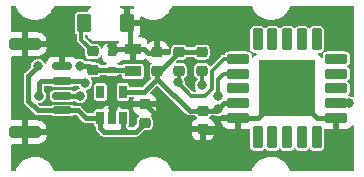
<source format=gbr>
%TF.GenerationSoftware,KiCad,Pcbnew,7.0.7-7.0.7~ubuntu23.04.1*%
%TF.CreationDate,2023-10-01T20:17:35+00:00*%
%TF.ProjectId,TFCO201,5446434f-3230-4312-9e6b-696361645f70,rev?*%
%TF.SameCoordinates,Original*%
%TF.FileFunction,Copper,L2,Bot*%
%TF.FilePolarity,Positive*%
%FSLAX46Y46*%
G04 Gerber Fmt 4.6, Leading zero omitted, Abs format (unit mm)*
G04 Created by KiCad (PCBNEW 7.0.7-7.0.7~ubuntu23.04.1) date 2023-10-01 20:17:35*
%MOMM*%
%LPD*%
G01*
G04 APERTURE LIST*
G04 Aperture macros list*
%AMRoundRect*
0 Rectangle with rounded corners*
0 $1 Rounding radius*
0 $2 $3 $4 $5 $6 $7 $8 $9 X,Y pos of 4 corners*
0 Add a 4 corners polygon primitive as box body*
4,1,4,$2,$3,$4,$5,$6,$7,$8,$9,$2,$3,0*
0 Add four circle primitives for the rounded corners*
1,1,$1+$1,$2,$3*
1,1,$1+$1,$4,$5*
1,1,$1+$1,$6,$7*
1,1,$1+$1,$8,$9*
0 Add four rect primitives between the rounded corners*
20,1,$1+$1,$2,$3,$4,$5,0*
20,1,$1+$1,$4,$5,$6,$7,0*
20,1,$1+$1,$6,$7,$8,$9,0*
20,1,$1+$1,$8,$9,$2,$3,0*%
G04 Aperture macros list end*
%TA.AperFunction,SMDPad,CuDef*%
%ADD10RoundRect,0.166667X0.458333X0.583333X-0.458333X0.583333X-0.458333X-0.583333X0.458333X-0.583333X0*%
%TD*%
%TA.AperFunction,SMDPad,CuDef*%
%ADD11RoundRect,0.166667X-0.458333X-0.583333X0.458333X-0.583333X0.458333X0.583333X-0.458333X0.583333X0*%
%TD*%
%TA.AperFunction,SMDPad,CuDef*%
%ADD12RoundRect,0.218750X0.256250X-0.218750X0.256250X0.218750X-0.256250X0.218750X-0.256250X-0.218750X0*%
%TD*%
%TA.AperFunction,SMDPad,CuDef*%
%ADD13R,0.700000X0.600000*%
%TD*%
%TA.AperFunction,SMDPad,CuDef*%
%ADD14RoundRect,0.150000X0.700000X-0.150000X0.700000X0.150000X-0.700000X0.150000X-0.700000X-0.150000X0*%
%TD*%
%TA.AperFunction,SMDPad,CuDef*%
%ADD15RoundRect,0.250000X1.100000X-0.250000X1.100000X0.250000X-1.100000X0.250000X-1.100000X-0.250000X0*%
%TD*%
%TA.AperFunction,SMDPad,CuDef*%
%ADD16RoundRect,0.218750X-0.256250X0.218750X-0.256250X-0.218750X0.256250X-0.218750X0.256250X0.218750X0*%
%TD*%
%TA.AperFunction,SMDPad,CuDef*%
%ADD17R,1.397000X0.889000*%
%TD*%
%TA.AperFunction,SMDPad,CuDef*%
%ADD18R,0.650000X1.060000*%
%TD*%
%TA.AperFunction,SMDPad,CuDef*%
%ADD19RoundRect,0.212500X0.212500X-0.737500X0.212500X0.737500X-0.212500X0.737500X-0.212500X-0.737500X0*%
%TD*%
%TA.AperFunction,SMDPad,CuDef*%
%ADD20RoundRect,0.212500X0.737500X-0.212500X0.737500X0.212500X-0.737500X0.212500X-0.737500X-0.212500X0*%
%TD*%
%TA.AperFunction,SMDPad,CuDef*%
%ADD21R,4.800000X4.800000*%
%TD*%
%TA.AperFunction,ViaPad*%
%ADD22C,0.800000*%
%TD*%
%TA.AperFunction,Conductor*%
%ADD23C,0.400000*%
%TD*%
%TA.AperFunction,Conductor*%
%ADD24C,0.300000*%
%TD*%
G04 APERTURE END LIST*
D10*
%TO.P,D2,1,K*%
%TO.N,GND*%
X10300000Y13000000D03*
D11*
%TO.P,D2,2,A*%
%TO.N,Net-(D2-A)*%
X6700000Y13000000D03*
%TD*%
D12*
%TO.P,C4,1*%
%TO.N,+5V*%
X11811000Y4572000D03*
%TO.P,C4,2*%
%TO.N,GND*%
X11811000Y6147000D03*
%TD*%
D13*
%TO.P,D1,1,K*%
%TO.N,+5V*%
X9071000Y9075000D03*
%TO.P,D1,2,A*%
%TO.N,GND*%
X9071000Y10475000D03*
%TD*%
D14*
%TO.P,J1,1*%
%TO.N,+5V*%
X4847200Y5625000D03*
%TO.P,J1,2*%
%TO.N,/SCL*%
X4847200Y6875000D03*
%TO.P,J1,3*%
%TO.N,/SDA*%
X4847200Y8125000D03*
%TO.P,J1,4*%
%TO.N,GND*%
X4847200Y9375000D03*
D15*
%TO.P,J1,MP*%
X1647200Y3775000D03*
X1647200Y11225000D03*
%TD*%
D16*
%TO.P,C5,1*%
%TO.N,+3V3*%
X16764000Y5613500D03*
%TO.P,C5,2*%
%TO.N,GND*%
X16764000Y4038500D03*
%TD*%
D12*
%TO.P,C1,1*%
%TO.N,+3V3*%
X12896000Y8962500D03*
%TO.P,C1,2*%
%TO.N,GND*%
X12896000Y10537500D03*
%TD*%
D17*
%TO.P,C3,1*%
%TO.N,+5V*%
X10821000Y8947500D03*
%TO.P,C3,2*%
%TO.N,GND*%
X10821000Y10852500D03*
%TD*%
D18*
%TO.P,U3,1,VIN*%
%TO.N,+5V*%
X9967000Y4996000D03*
%TO.P,U3,2,GND*%
%TO.N,GND*%
X9017000Y4996000D03*
%TO.P,U3,3,EN*%
%TO.N,+5V*%
X8067000Y4996000D03*
%TO.P,U3,4,NC*%
%TO.N,unconnected-(U3-NC-Pad4)*%
X8067000Y7196000D03*
%TO.P,U3,5,VOUT*%
%TO.N,+3V3*%
X9967000Y7196000D03*
%TD*%
D16*
%TO.P,R3,1*%
%TO.N,+3V3*%
X16637000Y10566500D03*
%TO.P,R3,2*%
%TO.N,/SCL*%
X16637000Y8991500D03*
%TD*%
%TO.P,R10,1*%
%TO.N,+3V3*%
X14732000Y10566500D03*
%TO.P,R10,2*%
%TO.N,/SDA*%
X14732000Y8991500D03*
%TD*%
D19*
%TO.P,U2,1*%
%TO.N,N/C*%
X26376000Y3350000D03*
%TO.P,U2,2*%
X25126000Y3350000D03*
%TO.P,U2,3*%
X23876000Y3350000D03*
%TO.P,U2,4*%
X22626000Y3350000D03*
%TO.P,U2,5*%
X21376000Y3350000D03*
D20*
%TO.P,U2,6,GND*%
%TO.N,GND*%
X19726000Y5000000D03*
%TO.P,U2,7,VDD*%
%TO.N,+3V3*%
X19726000Y6250000D03*
%TO.P,U2,8*%
%TO.N,N/C*%
X19726000Y7500000D03*
%TO.P,U2,9,SCL*%
%TO.N,/SCL*%
X19726000Y8750000D03*
%TO.P,U2,10,SDA*%
%TO.N,/SDA*%
X19726000Y10000000D03*
D19*
%TO.P,U2,11*%
%TO.N,N/C*%
X21376000Y11650000D03*
%TO.P,U2,12*%
X22626000Y11650000D03*
%TO.P,U2,13*%
X23876000Y11650000D03*
%TO.P,U2,14*%
X25126000Y11650000D03*
%TO.P,U2,15*%
X26376000Y11650000D03*
D20*
%TO.P,U2,16*%
X28026000Y10000000D03*
%TO.P,U2,17*%
X28026000Y8750000D03*
%TO.P,U2,18*%
X28026000Y7500000D03*
%TO.P,U2,19,VDD*%
%TO.N,+3V3*%
X28026000Y6250000D03*
%TO.P,U2,20,GND*%
%TO.N,GND*%
X28026000Y5000000D03*
D21*
%TO.P,U2,21,GND*%
X23876000Y7500000D03*
%TD*%
D12*
%TO.P,R1,1*%
%TO.N,+5V*%
X7421000Y9062500D03*
%TO.P,R1,2*%
%TO.N,Net-(D2-A)*%
X7421000Y10637500D03*
%TD*%
D22*
%TO.N,GND*%
X4191000Y4318000D03*
X1143000Y12827000D03*
X3937000Y12065000D03*
X2159000Y12827000D03*
X3175000Y12827000D03*
X1143000Y5461000D03*
X1143000Y2286000D03*
X1651000Y9779000D03*
X3429000Y2286000D03*
X4191000Y3175000D03*
X1016000Y8890000D03*
X2286000Y2286000D03*
X5080000Y10668000D03*
X1016000Y7747000D03*
X9046000Y11125000D03*
X9121000Y5875000D03*
X1016000Y6604000D03*
X4064000Y10668000D03*
%TO.N,+3V3*%
X18022250Y5726750D03*
X29100500Y6223000D03*
%TO.N,+5V*%
X2794000Y9398000D03*
X6350000Y9398000D03*
%TO.N,/SDA*%
X2850000Y6875000D03*
X6771000Y7950000D03*
X14595408Y8010572D03*
%TO.N,/SCL*%
X18030486Y6862177D03*
X6350000Y6858000D03*
X16637010Y7747000D03*
%TD*%
D23*
%TO.N,GND*%
X9071000Y10475000D02*
X9448500Y10852500D01*
X19726000Y3851000D02*
X19726000Y5000000D01*
X9121000Y5875000D02*
X9393000Y6147000D01*
X14884500Y4038500D02*
X16764000Y4038500D01*
X9448500Y10852500D02*
X10821000Y10852500D01*
X26376000Y5000000D02*
X28026000Y5000000D01*
X17018000Y3784500D02*
X19659500Y3784500D01*
X4627000Y9398000D02*
X4650000Y9375000D01*
X9017000Y5771000D02*
X9121000Y5875000D01*
X19659500Y3784500D02*
X19726000Y3851000D01*
X21376000Y5000000D02*
X23876000Y7500000D01*
X10575000Y11098500D02*
X10821000Y10852500D01*
X12983983Y4974017D02*
X13948983Y4974017D01*
X9071000Y11100000D02*
X9046000Y11125000D01*
X11811000Y6147000D02*
X12983983Y4974017D01*
X11768500Y10852500D02*
X12096000Y10525000D01*
X19726000Y5000000D02*
X21376000Y5000000D01*
X13948983Y4974017D02*
X14884500Y4038500D01*
X12096000Y10525000D02*
X12883500Y10525000D01*
X16764000Y4038500D02*
X17018000Y3784500D01*
X9393000Y6147000D02*
X11811000Y6147000D01*
X10575000Y13000000D02*
X10575000Y11098500D01*
X12883500Y10525000D02*
X12896000Y10537500D01*
X9017000Y4996000D02*
X9017000Y5771000D01*
X23876000Y7500000D02*
X26376000Y5000000D01*
X9071000Y10475000D02*
X9071000Y11100000D01*
X10821000Y10852500D02*
X11768500Y10852500D01*
D24*
%TO.N,Net-(D2-A)*%
X6425000Y11633500D02*
X7421000Y10637500D01*
X6425000Y13000000D02*
X6425000Y11633500D01*
D23*
%TO.N,+3V3*%
X9967000Y7196000D02*
X11767000Y7196000D01*
X29073500Y6250000D02*
X28026000Y6250000D01*
X17909000Y5613500D02*
X18545500Y6250000D01*
X16764000Y5613500D02*
X17909000Y5613500D01*
X18545500Y6250000D02*
X19726000Y6250000D01*
X13128000Y8962500D02*
X14732000Y10566500D01*
X12896000Y8325000D02*
X15607500Y5613500D01*
X12896000Y8325000D02*
X12896000Y8962500D01*
X29100500Y6223000D02*
X29073500Y6250000D01*
X12896000Y8962500D02*
X13128000Y8962500D01*
X14732000Y10566500D02*
X16637000Y10566500D01*
X15607500Y5613500D02*
X16764000Y5613500D01*
X11767000Y7196000D02*
X12896000Y8325000D01*
%TO.N,+5V*%
X9071000Y9075000D02*
X10693500Y9075000D01*
X4650000Y5625000D02*
X2757000Y5625000D01*
X9058500Y9062500D02*
X9071000Y9075000D01*
X9711000Y3810000D02*
X10287000Y3810000D01*
X8067000Y4996000D02*
X8067000Y4125000D01*
X9711000Y3810000D02*
X9967000Y4066000D01*
X8382000Y3810000D02*
X9711000Y3810000D01*
X4650000Y5625000D02*
X6186000Y5625000D01*
X7085500Y9398000D02*
X7421000Y9062500D01*
X10668000Y3810000D02*
X11049000Y3810000D01*
X1975000Y6407000D02*
X1975000Y8579000D01*
X6186000Y5625000D02*
X6815000Y4996000D01*
X10693500Y9075000D02*
X10821000Y8947500D01*
X7421000Y9062500D02*
X9058500Y9062500D01*
X8067000Y4125000D02*
X8382000Y3810000D01*
X2757000Y5625000D02*
X1975000Y6407000D01*
X1975000Y8579000D02*
X2794000Y9398000D01*
X10287000Y3810000D02*
X10668000Y3810000D01*
X9967000Y4257000D02*
X9967000Y4130000D01*
X6350000Y9398000D02*
X7085500Y9398000D01*
D24*
X11811000Y4572000D02*
X12192000Y4572000D01*
D23*
X9967000Y4066000D02*
X9967000Y4257000D01*
X9967000Y4130000D02*
X10287000Y3810000D01*
X9967000Y4257000D02*
X9967000Y4996000D01*
X11811000Y4572000D02*
X11049000Y3810000D01*
X6815000Y4996000D02*
X8067000Y4996000D01*
D24*
%TO.N,/SDA*%
X14732000Y8991500D02*
X14732000Y8147164D01*
X15735980Y6870000D02*
X14595408Y8010572D01*
D23*
X6596000Y8125000D02*
X6771000Y7950000D01*
D24*
X19726000Y10000000D02*
X18515500Y10000000D01*
D23*
X3045000Y8125000D02*
X2850000Y7930000D01*
X4650000Y8125000D02*
X3045000Y8125000D01*
X2850000Y7930000D02*
X2850000Y6875000D01*
D24*
X14732000Y8147164D02*
X14595408Y8010572D01*
X17514002Y7436339D02*
X16947663Y6870000D01*
X16947663Y6870000D02*
X15735980Y6870000D01*
X17514002Y8998502D02*
X17514002Y7436339D01*
D23*
X4650000Y8125000D02*
X6596000Y8125000D01*
D24*
X18515500Y10000000D02*
X17514002Y8998502D01*
D23*
%TO.N,/SCL*%
X6350000Y6858000D02*
X6333000Y6875000D01*
D24*
X19726000Y8750000D02*
X18529000Y8750000D01*
X18030486Y8251486D02*
X18030486Y6862177D01*
D23*
X6333000Y6875000D02*
X4650000Y6875000D01*
D24*
X18529000Y8750000D02*
X18030486Y8251486D01*
X16637010Y7747000D02*
X16637010Y8991490D01*
X16637010Y8991490D02*
X16637000Y8991500D01*
%TD*%
%TA.AperFunction,Conductor*%
%TO.N,GND*%
G36*
X868423Y14482187D02*
G01*
X890499Y14450517D01*
X943721Y14302332D01*
X964475Y14264167D01*
X1068456Y14072947D01*
X1068458Y14072944D01*
X1068459Y14072943D01*
X1226750Y13865284D01*
X1414886Y13684222D01*
X1508771Y13618185D01*
X1628457Y13534000D01*
X1628459Y13533999D01*
X1862456Y13418139D01*
X2046937Y13359758D01*
X2111395Y13339359D01*
X2369445Y13299500D01*
X2565172Y13299500D01*
X2565177Y13299500D01*
X2760344Y13314484D01*
X2760350Y13314486D01*
X2760354Y13314486D01*
X2866647Y13339360D01*
X3014586Y13373979D01*
X3256766Y13471586D01*
X3433281Y13576525D01*
X3481204Y13605015D01*
X3481205Y13605017D01*
X3481208Y13605018D01*
X3682652Y13771148D01*
X3856375Y13966080D01*
X3998306Y14185247D01*
X4105118Y14423511D01*
X4111053Y14445110D01*
X4140352Y14486387D01*
X4182408Y14499500D01*
X7211729Y14499500D01*
X7259295Y14482187D01*
X7284605Y14438350D01*
X7275815Y14388500D01*
X7252841Y14363971D01*
X7189711Y14321790D01*
X7078210Y14210289D01*
X6990603Y14079175D01*
X6956228Y13996182D01*
X6922031Y13958861D01*
X6887861Y13950500D01*
X6206815Y13950500D01*
X6135450Y13940102D01*
X6025365Y13886284D01*
X5938716Y13799635D01*
X5884898Y13689550D01*
X5874500Y13618185D01*
X5874500Y12381816D01*
X5884898Y12310451D01*
X5938716Y12200366D01*
X5938717Y12200365D01*
X6025365Y12113717D01*
X6032998Y12109986D01*
X6068129Y12073543D01*
X6074500Y12043504D01*
X6074500Y11677526D01*
X6072925Y11662341D01*
X6069957Y11648189D01*
X6069957Y11648185D01*
X6074216Y11614021D01*
X6074500Y11609440D01*
X6074500Y11604453D01*
X6078087Y11582960D01*
X6084318Y11532977D01*
X6084427Y11532107D01*
X6084429Y11532103D01*
X6086176Y11526235D01*
X6085834Y11526134D01*
X6086580Y11523805D01*
X6086916Y11523920D01*
X6088907Y11518120D01*
X6113295Y11473055D01*
X6135801Y11427017D01*
X6139366Y11422024D01*
X6139075Y11421817D01*
X6140533Y11419861D01*
X6140816Y11420080D01*
X6144581Y11415242D01*
X6154518Y11406095D01*
X6182275Y11380543D01*
X6723826Y10838992D01*
X6745218Y10793117D01*
X6745500Y10786667D01*
X6745500Y10385754D01*
X6761049Y10287580D01*
X6821340Y10169251D01*
X6915250Y10075341D01*
X6966840Y10049055D01*
X7033579Y10015050D01*
X7033579Y10015049D01*
X7131753Y9999500D01*
X7131754Y9999500D01*
X7710247Y9999500D01*
X7808420Y10015049D01*
X7926751Y10075342D01*
X8020658Y10169249D01*
X8073066Y10272107D01*
X8110086Y10306627D01*
X8160635Y10309277D01*
X8201062Y10278813D01*
X8213000Y10238510D01*
X8213000Y10126410D01*
X8219505Y10065907D01*
X8219506Y10065902D01*
X8270552Y9929040D01*
X8270553Y9929039D01*
X8358096Y9812097D01*
X8475038Y9724554D01*
X8475039Y9724553D01*
X8601538Y9677372D01*
X8640055Y9644529D01*
X8648450Y9594611D01*
X8622793Y9550975D01*
X8616792Y9546510D01*
X8576447Y9519552D01*
X8560636Y9495888D01*
X8519814Y9465956D01*
X8499107Y9463000D01*
X8100526Y9463000D01*
X8052960Y9480313D01*
X8034592Y9503405D01*
X8020659Y9530750D01*
X7926749Y9624660D01*
X7808420Y9684951D01*
X7808420Y9684952D01*
X7710247Y9700500D01*
X7710246Y9700500D01*
X7380044Y9700500D01*
X7332478Y9717813D01*
X7327718Y9722174D01*
X7323841Y9726051D01*
X7300594Y9737897D01*
X7290697Y9743962D01*
X7269589Y9759297D01*
X7269588Y9759298D01*
X7244777Y9767359D01*
X7234049Y9771802D01*
X7210802Y9783647D01*
X7210796Y9783649D01*
X7185033Y9787730D01*
X7173749Y9790438D01*
X7156909Y9795909D01*
X7148933Y9798500D01*
X7148932Y9798500D01*
X6836092Y9798500D01*
X6788526Y9815813D01*
X6781745Y9822895D01*
X6781707Y9822856D01*
X6778277Y9826287D01*
X6652841Y9922536D01*
X6506761Y9983045D01*
X6350000Y10003682D01*
X6193238Y9983045D01*
X6116215Y9951141D01*
X6065644Y9948933D01*
X6035571Y9967182D01*
X5953698Y10049055D01*
X5810601Y10133682D01*
X5650953Y10180065D01*
X5613658Y10183000D01*
X5101200Y10183000D01*
X5101200Y9195000D01*
X5083887Y9147434D01*
X5040050Y9122124D01*
X5027200Y9121000D01*
X4667200Y9121000D01*
X4619634Y9138313D01*
X4594324Y9182150D01*
X4593200Y9195000D01*
X4593200Y10183000D01*
X4080744Y10182999D01*
X4080745Y10182999D01*
X4043447Y10180065D01*
X3883798Y10133682D01*
X3740701Y10049055D01*
X3623145Y9931499D01*
X3538518Y9788402D01*
X3491668Y9627147D01*
X3461771Y9586300D01*
X3412613Y9574226D01*
X3367195Y9596575D01*
X3352239Y9619475D01*
X3318536Y9700841D01*
X3222284Y9826280D01*
X3222279Y9826285D01*
X3096841Y9922536D01*
X2950761Y9983045D01*
X2794000Y10003682D01*
X2637239Y9983045D01*
X2637238Y9983045D01*
X2491158Y9922536D01*
X2365720Y9826285D01*
X2365715Y9826280D01*
X2269464Y9700842D01*
X2208955Y9554762D01*
X2208955Y9554761D01*
X2188318Y9398001D01*
X2188318Y9393151D01*
X2186728Y9393151D01*
X2177163Y9350035D01*
X2167084Y9337479D01*
X1669520Y8839914D01*
X1669517Y8839911D01*
X1669516Y8839909D01*
X1669513Y8839906D01*
X1652277Y8822669D01*
X1646949Y8817341D01*
X1635107Y8794100D01*
X1629043Y8784204D01*
X1613703Y8763089D01*
X1613702Y8763088D01*
X1605641Y8738278D01*
X1601200Y8727554D01*
X1589352Y8704301D01*
X1589351Y8704298D01*
X1585270Y8678533D01*
X1582562Y8667249D01*
X1574500Y8642433D01*
X1574499Y8642430D01*
X1574498Y8579891D01*
X1574499Y8579868D01*
X1574499Y6455718D01*
X1574500Y6455713D01*
X1574500Y6343568D01*
X1582562Y6318751D01*
X1585270Y6307467D01*
X1589351Y6281704D01*
X1589353Y6281698D01*
X1601198Y6258451D01*
X1605641Y6247723D01*
X1613702Y6222912D01*
X1613703Y6222911D01*
X1629038Y6201803D01*
X1635103Y6191906D01*
X1646949Y6168659D01*
X1668523Y6147085D01*
X1668537Y6147070D01*
X2497222Y5318385D01*
X2497232Y5318376D01*
X2518658Y5296950D01*
X2541906Y5285105D01*
X2551793Y5279046D01*
X2572910Y5263704D01*
X2597726Y5255642D01*
X2608453Y5251198D01*
X2625830Y5242343D01*
X2631696Y5239354D01*
X2631695Y5239354D01*
X2657463Y5235273D01*
X2668751Y5232564D01*
X2693567Y5224500D01*
X2725481Y5224500D01*
X3871367Y5224500D01*
X3918933Y5207187D01*
X3923693Y5202826D01*
X3940717Y5185802D01*
X4045807Y5134427D01*
X4113940Y5124500D01*
X4113946Y5124500D01*
X5580454Y5124500D01*
X5580460Y5124500D01*
X5648593Y5134427D01*
X5753683Y5185802D01*
X5770707Y5202827D01*
X5816583Y5224218D01*
X5823033Y5224500D01*
X5989455Y5224500D01*
X6037021Y5207187D01*
X6041781Y5202826D01*
X6269108Y4975500D01*
X6486950Y4757658D01*
X6576658Y4667950D01*
X6599899Y4656109D01*
X6609803Y4650040D01*
X6630909Y4634704D01*
X6642814Y4630837D01*
X6655721Y4626643D01*
X6666449Y4622199D01*
X6689691Y4610356D01*
X6689693Y4610356D01*
X6689696Y4610354D01*
X6715464Y4606274D01*
X6726754Y4603564D01*
X6751567Y4595501D01*
X6781950Y4595501D01*
X6781974Y4595500D01*
X6783481Y4595500D01*
X7467500Y4595500D01*
X7515066Y4578187D01*
X7540376Y4534350D01*
X7541500Y4521500D01*
X7541500Y4446252D01*
X7547490Y4416138D01*
X7553133Y4387768D01*
X7559898Y4377644D01*
X7597448Y4321448D01*
X7621060Y4305671D01*
X7633613Y4297283D01*
X7663544Y4256461D01*
X7666500Y4235755D01*
X7666500Y4061568D01*
X7674562Y4036751D01*
X7677270Y4025467D01*
X7681351Y3999704D01*
X7681353Y3999698D01*
X7693198Y3976451D01*
X7697641Y3965723D01*
X7705702Y3940912D01*
X7705703Y3940911D01*
X7721038Y3919803D01*
X7727103Y3909906D01*
X7738949Y3886659D01*
X7760523Y3865085D01*
X7760537Y3865070D01*
X7761515Y3864092D01*
X7761516Y3864091D01*
X8053950Y3571658D01*
X8143658Y3481950D01*
X8166899Y3470109D01*
X8176803Y3464040D01*
X8197909Y3448704D01*
X8209814Y3444837D01*
X8222721Y3440643D01*
X8233449Y3436199D01*
X8256691Y3424356D01*
X8256693Y3424356D01*
X8256696Y3424354D01*
X8282464Y3420274D01*
X8293754Y3417564D01*
X8318567Y3409501D01*
X8348950Y3409501D01*
X8348974Y3409500D01*
X8350481Y3409500D01*
X11112433Y3409500D01*
X11137253Y3417566D01*
X11148532Y3420273D01*
X11174304Y3424354D01*
X11197553Y3436202D01*
X11208272Y3440641D01*
X11233090Y3448704D01*
X11254198Y3464041D01*
X11264100Y3470108D01*
X11287340Y3481949D01*
X11287342Y3481950D01*
X11305689Y3500298D01*
X11305694Y3500302D01*
X11309907Y3504516D01*
X11309909Y3504516D01*
X11589892Y3784500D01*
X15781001Y3784500D01*
X15781001Y3771330D01*
X15791169Y3671788D01*
X15791170Y3671783D01*
X15844606Y3510523D01*
X15933794Y3365927D01*
X16053926Y3245795D01*
X16198522Y3156607D01*
X16359785Y3103170D01*
X16459331Y3093001D01*
X16509999Y3093002D01*
X16510000Y3093002D01*
X16510000Y3784500D01*
X17018000Y3784500D01*
X17018000Y3093001D01*
X17068665Y3093001D01*
X17068670Y3093002D01*
X17168212Y3103170D01*
X17168217Y3103171D01*
X17329477Y3156607D01*
X17474073Y3245795D01*
X17594205Y3365927D01*
X17683393Y3510523D01*
X17736830Y3671786D01*
X17746999Y3771331D01*
X17747000Y3771333D01*
X17747000Y3784500D01*
X17018000Y3784500D01*
X16510000Y3784500D01*
X15781001Y3784500D01*
X11589892Y3784500D01*
X11717718Y3912326D01*
X11763595Y3933718D01*
X11770045Y3934000D01*
X12100247Y3934000D01*
X12198420Y3949549D01*
X12316751Y4009842D01*
X12410658Y4103749D01*
X12470951Y4222080D01*
X12486500Y4320254D01*
X12486500Y4355326D01*
X12492733Y4385050D01*
X12522128Y4452065D01*
X12536473Y4484768D01*
X12546132Y4601344D01*
X12517416Y4714741D01*
X12501246Y4739492D01*
X12498549Y4743621D01*
X12486500Y4784094D01*
X12486500Y4823747D01*
X12481233Y4857000D01*
X12470951Y4921920D01*
X12410658Y5040251D01*
X12318091Y5132818D01*
X12296700Y5178693D01*
X12309801Y5227588D01*
X12347144Y5255388D01*
X12376479Y5265108D01*
X12521073Y5354295D01*
X12641205Y5474427D01*
X12730393Y5619023D01*
X12783830Y5780286D01*
X12793999Y5879831D01*
X12794000Y5879833D01*
X12794000Y5893000D01*
X10828001Y5893000D01*
X10828001Y5879830D01*
X10838169Y5780288D01*
X10838170Y5780283D01*
X10891606Y5619023D01*
X10980794Y5474427D01*
X11100926Y5354295D01*
X11245523Y5265107D01*
X11274856Y5255387D01*
X11314563Y5223993D01*
X11324800Y5174420D01*
X11303907Y5132817D01*
X11211340Y5040250D01*
X11151049Y4921921D01*
X11151048Y4921921D01*
X11135500Y4823747D01*
X11135500Y4493546D01*
X11118187Y4445980D01*
X11113826Y4441220D01*
X10904781Y4232174D01*
X10858905Y4210782D01*
X10852455Y4210500D01*
X10500863Y4210500D01*
X10453297Y4227813D01*
X10427987Y4271650D01*
X10436777Y4321500D01*
X10439335Y4325613D01*
X10447328Y4337575D01*
X10480867Y4387769D01*
X10492500Y4446252D01*
X10492500Y5545748D01*
X10480867Y5604231D01*
X10472122Y5617318D01*
X10457088Y5639818D01*
X10436552Y5670552D01*
X10414343Y5685392D01*
X10370232Y5714867D01*
X10370233Y5714867D01*
X10340989Y5720684D01*
X10311748Y5726500D01*
X9860782Y5726500D01*
X9813216Y5743813D01*
X9796161Y5767962D01*
X9794982Y5767318D01*
X9792446Y5771962D01*
X9704903Y5888904D01*
X9587961Y5976447D01*
X9587960Y5976448D01*
X9451098Y6027494D01*
X9451093Y6027495D01*
X9390591Y6034000D01*
X9271000Y6034000D01*
X9271000Y4816000D01*
X9253687Y4768434D01*
X9209850Y4743124D01*
X9197000Y4742000D01*
X8837000Y4742000D01*
X8789434Y4759313D01*
X8764124Y4803150D01*
X8763000Y4816000D01*
X8763000Y6034000D01*
X8643409Y6034000D01*
X8582906Y6027495D01*
X8582901Y6027494D01*
X8446039Y5976448D01*
X8446038Y5976447D01*
X8329096Y5888904D01*
X8241553Y5771962D01*
X8239018Y5767318D01*
X8237171Y5768327D01*
X8209703Y5736119D01*
X8173218Y5726500D01*
X7722252Y5726500D01*
X7693010Y5720684D01*
X7663767Y5714867D01*
X7597449Y5670553D01*
X7597447Y5670551D01*
X7553133Y5604233D01*
X7541500Y5545747D01*
X7541500Y5470500D01*
X7524187Y5422934D01*
X7480350Y5397624D01*
X7467500Y5396500D01*
X7011544Y5396500D01*
X6963978Y5413813D01*
X6959218Y5418174D01*
X6706841Y5670551D01*
X6446909Y5930484D01*
X6446908Y5930485D01*
X6445930Y5931463D01*
X6445915Y5931477D01*
X6424341Y5953051D01*
X6401094Y5964897D01*
X6391197Y5970962D01*
X6370089Y5986297D01*
X6370088Y5986298D01*
X6345277Y5994359D01*
X6334549Y5998802D01*
X6311302Y6010647D01*
X6311296Y6010649D01*
X6285533Y6014730D01*
X6274249Y6017438D01*
X6257409Y6022909D01*
X6249433Y6025500D01*
X6249432Y6025500D01*
X5823033Y6025500D01*
X5775467Y6042813D01*
X5770707Y6047174D01*
X5753682Y6064199D01*
X5648594Y6115573D01*
X5580464Y6125500D01*
X5580460Y6125500D01*
X4113940Y6125500D01*
X4113935Y6125500D01*
X4045806Y6115573D01*
X4045805Y6115573D01*
X3940717Y6064199D01*
X3923693Y6047174D01*
X3877817Y6025782D01*
X3871367Y6025500D01*
X2953545Y6025500D01*
X2905979Y6042813D01*
X2901219Y6047174D01*
X2805066Y6143327D01*
X2783674Y6189203D01*
X2796775Y6238098D01*
X2838239Y6267132D01*
X2847733Y6269020D01*
X2849998Y6269319D01*
X2850000Y6269318D01*
X3006762Y6289956D01*
X3152841Y6350464D01*
X3278282Y6446718D01*
X3374536Y6572159D01*
X3435044Y6718238D01*
X3455682Y6875000D01*
X3435044Y7031762D01*
X3374536Y7177841D01*
X3324500Y7243050D01*
X3278286Y7303278D01*
X3274856Y7306707D01*
X3275977Y7307829D01*
X3252250Y7345095D01*
X3250500Y7361093D01*
X3250500Y7650500D01*
X3267813Y7698066D01*
X3311650Y7723376D01*
X3324500Y7724500D01*
X3871367Y7724500D01*
X3918933Y7707187D01*
X3923693Y7702826D01*
X3940717Y7685802D01*
X4045807Y7634427D01*
X4113940Y7624500D01*
X4113946Y7624500D01*
X5580454Y7624500D01*
X5580460Y7624500D01*
X5648593Y7634427D01*
X5753683Y7685802D01*
X5770707Y7702827D01*
X5816583Y7724218D01*
X5823033Y7724500D01*
X6164983Y7724500D01*
X6212549Y7707187D01*
X6233350Y7678818D01*
X6246463Y7647160D01*
X6305806Y7569822D01*
X6321028Y7521546D01*
X6301656Y7474780D01*
X6256757Y7451407D01*
X6193239Y7443045D01*
X6193238Y7443045D01*
X6047158Y7382536D01*
X5927595Y7290792D01*
X5882547Y7275500D01*
X5823033Y7275500D01*
X5775467Y7292813D01*
X5770707Y7297174D01*
X5753682Y7314199D01*
X5648594Y7365573D01*
X5580464Y7375500D01*
X5580460Y7375500D01*
X4113940Y7375500D01*
X4113935Y7375500D01*
X4045806Y7365573D01*
X4045805Y7365573D01*
X3940717Y7314199D01*
X3858001Y7231483D01*
X3806627Y7126395D01*
X3806627Y7126394D01*
X3796700Y7058265D01*
X3796700Y6691736D01*
X3806627Y6623607D01*
X3806627Y6623606D01*
X3858001Y6518518D01*
X3858002Y6518517D01*
X3940717Y6435802D01*
X4045807Y6384427D01*
X4113940Y6374500D01*
X4113946Y6374500D01*
X5580454Y6374500D01*
X5580460Y6374500D01*
X5648593Y6384427D01*
X5753683Y6435802D01*
X5770707Y6452827D01*
X5816583Y6474218D01*
X5823033Y6474500D01*
X5850863Y6474500D01*
X5898429Y6457187D01*
X5909572Y6445547D01*
X5921716Y6429720D01*
X5921720Y6429716D01*
X5993678Y6374501D01*
X6047159Y6333464D01*
X6193238Y6272956D01*
X6350000Y6252318D01*
X6506762Y6272956D01*
X6652841Y6333464D01*
X6778282Y6429718D01*
X6874536Y6555159D01*
X6912268Y6646252D01*
X7541500Y6646252D01*
X7546813Y6619541D01*
X7553133Y6587768D01*
X7576278Y6553131D01*
X7597448Y6521448D01*
X7637025Y6495003D01*
X7663767Y6477134D01*
X7663768Y6477134D01*
X7663769Y6477133D01*
X7722252Y6465500D01*
X7722254Y6465500D01*
X8411746Y6465500D01*
X8411748Y6465500D01*
X8470231Y6477133D01*
X8536552Y6521448D01*
X8580867Y6587769D01*
X8592500Y6646252D01*
X8592500Y7745748D01*
X8580867Y7804231D01*
X8536552Y7870552D01*
X8511091Y7887565D01*
X8470232Y7914867D01*
X8470233Y7914867D01*
X8440989Y7920684D01*
X8411748Y7926500D01*
X7722252Y7926500D01*
X7693010Y7920684D01*
X7663767Y7914867D01*
X7597449Y7870553D01*
X7597447Y7870551D01*
X7553133Y7804233D01*
X7550946Y7793238D01*
X7541500Y7745748D01*
X7541500Y6646252D01*
X6912268Y6646252D01*
X6935044Y6701238D01*
X6955682Y6858000D01*
X6935044Y7014762D01*
X6874536Y7160841D01*
X6828758Y7220500D01*
X6815193Y7238179D01*
X6799971Y7286455D01*
X6819343Y7333221D01*
X6864240Y7356594D01*
X6927762Y7364956D01*
X7073841Y7425464D01*
X7199282Y7521718D01*
X7295536Y7647159D01*
X7356044Y7793238D01*
X7376682Y7950000D01*
X7356044Y8106762D01*
X7295536Y8252841D01*
X7281249Y8271460D01*
X7255167Y8305452D01*
X7239945Y8353728D01*
X7259317Y8400494D01*
X7304216Y8423867D01*
X7313875Y8424500D01*
X7710247Y8424500D01*
X7808420Y8440049D01*
X7926751Y8500342D01*
X8020658Y8594249D01*
X8029998Y8612580D01*
X8034592Y8621595D01*
X8071612Y8656117D01*
X8100526Y8662000D01*
X8515812Y8662000D01*
X8563378Y8644687D01*
X8573511Y8633384D01*
X8576445Y8630451D01*
X8576446Y8630450D01*
X8576448Y8630448D01*
X8621268Y8600500D01*
X8642767Y8586134D01*
X8642768Y8586134D01*
X8642769Y8586133D01*
X8701252Y8574500D01*
X8701254Y8574500D01*
X9440746Y8574500D01*
X9440748Y8574500D01*
X9499231Y8586133D01*
X9565552Y8630448D01*
X9573012Y8641614D01*
X9613833Y8671544D01*
X9634540Y8674500D01*
X9848000Y8674500D01*
X9895566Y8657187D01*
X9920876Y8613350D01*
X9922000Y8600500D01*
X9922000Y8483252D01*
X9925126Y8467539D01*
X9933633Y8424768D01*
X9944647Y8408285D01*
X9977948Y8358448D01*
X10014836Y8333800D01*
X10044267Y8314134D01*
X10044268Y8314134D01*
X10044269Y8314133D01*
X10102752Y8302500D01*
X10102754Y8302500D01*
X11539246Y8302500D01*
X11539248Y8302500D01*
X11597731Y8314133D01*
X11664052Y8358448D01*
X11708367Y8424769D01*
X11720000Y8483252D01*
X11720000Y9411748D01*
X11708367Y9470231D01*
X11704846Y9475500D01*
X11686200Y9503405D01*
X11664052Y9536552D01*
X11641843Y9551392D01*
X11597732Y9580867D01*
X11597733Y9580867D01*
X11565229Y9587332D01*
X11539248Y9592500D01*
X10102752Y9592500D01*
X10076771Y9587332D01*
X10044267Y9580867D01*
X9977950Y9536555D01*
X9977949Y9536553D01*
X9977948Y9536552D01*
X9959127Y9508385D01*
X9918308Y9478456D01*
X9897601Y9475500D01*
X9634540Y9475500D01*
X9586974Y9492813D01*
X9573012Y9508387D01*
X9565552Y9519552D01*
X9525206Y9546511D01*
X9495277Y9587332D01*
X9498589Y9637843D01*
X9533593Y9674407D01*
X9540461Y9677372D01*
X9666960Y9724553D01*
X9666961Y9724554D01*
X9783904Y9812097D01*
X9783905Y9812098D01*
X9856047Y9908468D01*
X9898412Y9936172D01*
X9941147Y9933456D01*
X10013401Y9906507D01*
X10013406Y9906506D01*
X10073909Y9900000D01*
X10567000Y9900000D01*
X10567000Y11032500D01*
X10584313Y11080066D01*
X10628150Y11105376D01*
X10641000Y11106500D01*
X11001000Y11106500D01*
X11048566Y11089187D01*
X11073876Y11045350D01*
X11075000Y11032500D01*
X11075000Y9900000D01*
X11568091Y9900000D01*
X11628593Y9906506D01*
X11628598Y9906507D01*
X11765460Y9957553D01*
X11765461Y9957554D01*
X11867017Y10033578D01*
X11915471Y10048224D01*
X11962003Y10028298D01*
X11974347Y10013186D01*
X12065794Y9864927D01*
X12185926Y9744795D01*
X12330523Y9655607D01*
X12359856Y9645887D01*
X12399563Y9614493D01*
X12409800Y9564920D01*
X12388907Y9523317D01*
X12296340Y9430750D01*
X12236049Y9312421D01*
X12236048Y9312421D01*
X12220500Y9214247D01*
X12220500Y8710754D01*
X12236049Y8612580D01*
X12296340Y8494251D01*
X12345273Y8445318D01*
X12366665Y8399442D01*
X12353564Y8350547D01*
X12345273Y8340666D01*
X11622781Y7618174D01*
X11576905Y7596782D01*
X11570455Y7596500D01*
X10566500Y7596500D01*
X10518934Y7613813D01*
X10493624Y7657650D01*
X10492500Y7670500D01*
X10492500Y7745747D01*
X10489942Y7758608D01*
X10480867Y7804231D01*
X10436552Y7870552D01*
X10411091Y7887565D01*
X10370232Y7914867D01*
X10370233Y7914867D01*
X10340989Y7920684D01*
X10311748Y7926500D01*
X9622252Y7926500D01*
X9593010Y7920684D01*
X9563767Y7914867D01*
X9497449Y7870553D01*
X9497447Y7870551D01*
X9453133Y7804233D01*
X9450946Y7793238D01*
X9441500Y7745748D01*
X9441500Y6646252D01*
X9446813Y6619541D01*
X9453133Y6587768D01*
X9476278Y6553131D01*
X9497448Y6521448D01*
X9537025Y6495003D01*
X9563767Y6477134D01*
X9563768Y6477134D01*
X9563769Y6477133D01*
X9622252Y6465500D01*
X9622254Y6465500D01*
X10311746Y6465500D01*
X10311748Y6465500D01*
X10370231Y6477133D01*
X10436552Y6521448D01*
X10480867Y6587769D01*
X10492500Y6646252D01*
X10492500Y6721500D01*
X10509813Y6769066D01*
X10553650Y6794376D01*
X10566500Y6795500D01*
X10833357Y6795500D01*
X10880923Y6778187D01*
X10906233Y6734350D01*
X10897443Y6684500D01*
X10896340Y6682653D01*
X10891607Y6674981D01*
X10891607Y6674980D01*
X10838169Y6513715D01*
X10828000Y6414170D01*
X10828000Y6401000D01*
X12793999Y6401000D01*
X12793999Y6414165D01*
X12793998Y6414171D01*
X12783830Y6513713D01*
X12783829Y6513718D01*
X12730393Y6674978D01*
X12641205Y6819574D01*
X12521073Y6939706D01*
X12376477Y7028894D01*
X12332482Y7043472D01*
X12292775Y7074868D01*
X12282539Y7124441D01*
X12303429Y7166038D01*
X12843673Y7706283D01*
X12889550Y7727674D01*
X12938444Y7714573D01*
X12948325Y7706282D01*
X15347722Y5306885D01*
X15347732Y5306876D01*
X15369158Y5285450D01*
X15392406Y5273605D01*
X15402293Y5267546D01*
X15423410Y5252204D01*
X15448226Y5244142D01*
X15458953Y5239698D01*
X15482196Y5227854D01*
X15482195Y5227854D01*
X15507963Y5223773D01*
X15519251Y5221064D01*
X15544067Y5213000D01*
X15575981Y5213000D01*
X16084474Y5213000D01*
X16132040Y5195687D01*
X16150408Y5172595D01*
X16164340Y5145251D01*
X16256907Y5052684D01*
X16278299Y5006808D01*
X16265198Y4957913D01*
X16227858Y4930114D01*
X16198521Y4920393D01*
X16053926Y4831206D01*
X15933794Y4711074D01*
X15844606Y4566478D01*
X15791169Y4405215D01*
X15781000Y4305670D01*
X15781000Y4292500D01*
X17746999Y4292500D01*
X17746999Y4305665D01*
X17746998Y4305671D01*
X17736830Y4405213D01*
X17736829Y4405218D01*
X17683393Y4566478D01*
X17594205Y4711074D01*
X17559279Y4746000D01*
X18268000Y4746000D01*
X18268000Y4739492D01*
X18278081Y4640809D01*
X18331060Y4480932D01*
X18419481Y4337579D01*
X18419484Y4337575D01*
X18538575Y4218484D01*
X18538578Y4218482D01*
X18681931Y4130061D01*
X18841808Y4077082D01*
X18940491Y4067001D01*
X18940493Y4067000D01*
X19472000Y4067000D01*
X19472000Y4746000D01*
X18268000Y4746000D01*
X17559279Y4746000D01*
X17474073Y4831206D01*
X17329477Y4920394D01*
X17300142Y4930114D01*
X17260436Y4961509D01*
X17250199Y5011083D01*
X17271090Y5052682D01*
X17363658Y5145249D01*
X17377591Y5172595D01*
X17414612Y5207117D01*
X17443526Y5213000D01*
X17680899Y5213000D01*
X17714858Y5203901D01*
X17714929Y5204070D01*
X17716212Y5203539D01*
X17717897Y5203087D01*
X17719407Y5202215D01*
X17719408Y5202215D01*
X17719409Y5202214D01*
X17865488Y5141706D01*
X18022250Y5121068D01*
X18179012Y5141706D01*
X18325091Y5202214D01*
X18372651Y5238709D01*
X18417699Y5254000D01*
X19906000Y5254000D01*
X19953566Y5236687D01*
X19978876Y5192850D01*
X19980000Y5180000D01*
X19980000Y4067000D01*
X20511507Y4067000D01*
X20511508Y4067001D01*
X20610191Y4077082D01*
X20610193Y4077082D01*
X20653223Y4091341D01*
X20703820Y4089869D01*
X20741634Y4056218D01*
X20750500Y4021097D01*
X20750500Y2579998D01*
X20765818Y2483286D01*
X20765818Y2483285D01*
X20825211Y2366719D01*
X20917719Y2274211D01*
X21034285Y2214818D01*
X21130997Y2199500D01*
X21621002Y2199501D01*
X21717715Y2214818D01*
X21834281Y2274211D01*
X21926789Y2366719D01*
X21935065Y2382963D01*
X21972086Y2417484D01*
X22022635Y2420134D01*
X22063061Y2389671D01*
X22066933Y2382965D01*
X22075211Y2366719D01*
X22167719Y2274211D01*
X22284285Y2214818D01*
X22380997Y2199500D01*
X22871002Y2199501D01*
X22967715Y2214818D01*
X23084281Y2274211D01*
X23176789Y2366719D01*
X23185065Y2382963D01*
X23222086Y2417484D01*
X23272635Y2420134D01*
X23313061Y2389671D01*
X23316933Y2382965D01*
X23325211Y2366719D01*
X23417719Y2274211D01*
X23534285Y2214818D01*
X23630997Y2199500D01*
X24121002Y2199501D01*
X24217715Y2214818D01*
X24334281Y2274211D01*
X24426789Y2366719D01*
X24435065Y2382963D01*
X24472086Y2417484D01*
X24522635Y2420134D01*
X24563061Y2389671D01*
X24566933Y2382965D01*
X24575211Y2366719D01*
X24667719Y2274211D01*
X24784285Y2214818D01*
X24880997Y2199500D01*
X25371002Y2199501D01*
X25467715Y2214818D01*
X25584281Y2274211D01*
X25676789Y2366719D01*
X25685065Y2382963D01*
X25722086Y2417484D01*
X25772635Y2420134D01*
X25813061Y2389671D01*
X25816933Y2382965D01*
X25825211Y2366719D01*
X25917719Y2274211D01*
X26034285Y2214818D01*
X26130997Y2199500D01*
X26621002Y2199501D01*
X26717715Y2214818D01*
X26834281Y2274211D01*
X26926789Y2366719D01*
X26986182Y2483285D01*
X27001500Y2579997D01*
X27001499Y4021099D01*
X27018812Y4068664D01*
X27062649Y4093974D01*
X27098777Y4091341D01*
X27141801Y4077084D01*
X27141808Y4077082D01*
X27240491Y4067001D01*
X27240493Y4067000D01*
X27772000Y4067000D01*
X27772000Y5180000D01*
X27789313Y5227566D01*
X27833150Y5252876D01*
X27846000Y5254000D01*
X28206000Y5254000D01*
X28253566Y5236687D01*
X28278876Y5192850D01*
X28280000Y5180000D01*
X28280000Y4067000D01*
X28811507Y4067000D01*
X28811508Y4067001D01*
X28910191Y4077082D01*
X29070068Y4130061D01*
X29213421Y4218482D01*
X29213425Y4218484D01*
X29332516Y4337575D01*
X29332521Y4337582D01*
X29362516Y4386213D01*
X29402221Y4417609D01*
X29452819Y4416138D01*
X29490633Y4382488D01*
X29499499Y4347366D01*
X29499500Y574500D01*
X29482187Y526934D01*
X29438350Y501624D01*
X29425500Y500500D01*
X24179143Y500500D01*
X24131577Y517813D01*
X24109500Y549484D01*
X24056279Y697668D01*
X23931541Y927057D01*
X23773250Y1134716D01*
X23585114Y1315778D01*
X23527279Y1356458D01*
X23371542Y1466001D01*
X23371540Y1466002D01*
X23137543Y1581862D01*
X22888606Y1660641D01*
X22630555Y1700500D01*
X22434823Y1700500D01*
X22365249Y1695159D01*
X22239660Y1685517D01*
X22239645Y1685515D01*
X21985412Y1626021D01*
X21743239Y1528417D01*
X21743222Y1528408D01*
X21518795Y1394986D01*
X21518792Y1394983D01*
X21317344Y1228849D01*
X21143628Y1033925D01*
X21143624Y1033919D01*
X21001693Y814753D01*
X21001693Y814752D01*
X20894886Y576500D01*
X20894883Y576492D01*
X20894882Y576489D01*
X20894336Y574500D01*
X20888947Y554891D01*
X20859648Y513613D01*
X20817592Y500500D01*
X14179143Y500500D01*
X14131577Y517813D01*
X14109500Y549484D01*
X14056279Y697668D01*
X13931541Y927057D01*
X13773250Y1134716D01*
X13585114Y1315778D01*
X13527279Y1356458D01*
X13371542Y1466001D01*
X13371540Y1466002D01*
X13137543Y1581862D01*
X12888606Y1660641D01*
X12630555Y1700500D01*
X12434823Y1700500D01*
X12365249Y1695159D01*
X12239660Y1685517D01*
X12239645Y1685515D01*
X11985412Y1626021D01*
X11743239Y1528417D01*
X11743222Y1528408D01*
X11518795Y1394986D01*
X11518792Y1394983D01*
X11317344Y1228849D01*
X11143628Y1033925D01*
X11143624Y1033919D01*
X11001693Y814753D01*
X11001693Y814752D01*
X10894886Y576500D01*
X10894883Y576492D01*
X10894882Y576489D01*
X10894336Y574500D01*
X10888947Y554891D01*
X10859648Y513613D01*
X10817592Y500500D01*
X4179143Y500500D01*
X4131577Y517813D01*
X4109500Y549484D01*
X4056279Y697668D01*
X3931541Y927057D01*
X3773250Y1134716D01*
X3585114Y1315778D01*
X3527279Y1356458D01*
X3371542Y1466001D01*
X3371540Y1466002D01*
X3137543Y1581862D01*
X2888606Y1660641D01*
X2630555Y1700500D01*
X2434823Y1700500D01*
X2365249Y1695159D01*
X2239660Y1685517D01*
X2239645Y1685515D01*
X1985412Y1626021D01*
X1743239Y1528417D01*
X1743222Y1528408D01*
X1518795Y1394986D01*
X1518792Y1394983D01*
X1317344Y1228849D01*
X1143628Y1033925D01*
X1143624Y1033919D01*
X1001693Y814753D01*
X1001693Y814752D01*
X894886Y576500D01*
X894883Y576492D01*
X894882Y576489D01*
X894336Y574500D01*
X888947Y554891D01*
X859648Y513613D01*
X817592Y500500D01*
X574500Y500500D01*
X526934Y517813D01*
X501624Y561650D01*
X500500Y574500D01*
X500500Y2693000D01*
X517813Y2740566D01*
X561650Y2765876D01*
X574500Y2767000D01*
X1393199Y2767000D01*
X1393199Y3521000D01*
X1901200Y3521000D01*
X1901200Y2767000D01*
X2797703Y2767000D01*
X2797704Y2767001D01*
X2901525Y2777607D01*
X3069724Y2833343D01*
X3220538Y2926366D01*
X3220542Y2926368D01*
X3345832Y3051658D01*
X3345834Y3051662D01*
X3438857Y3202476D01*
X3494593Y3370675D01*
X3505199Y3474496D01*
X3505200Y3474498D01*
X3505200Y3521000D01*
X1901200Y3521000D01*
X1393199Y3521000D01*
X1393200Y4783000D01*
X1901200Y4783000D01*
X1901200Y4029000D01*
X3505200Y4029000D01*
X3505200Y4075503D01*
X3505199Y4075505D01*
X3494593Y4179326D01*
X3438857Y4347525D01*
X3345834Y4498339D01*
X3345832Y4498342D01*
X3220542Y4623632D01*
X3220538Y4623635D01*
X3069724Y4716658D01*
X2901525Y4772394D01*
X2797704Y4783000D01*
X1901200Y4783000D01*
X1393200Y4783000D01*
X574500Y4783000D01*
X526934Y4800313D01*
X501624Y4844150D01*
X500500Y4857000D01*
X500500Y10143000D01*
X517813Y10190566D01*
X561650Y10215876D01*
X574500Y10217000D01*
X1393199Y10217000D01*
X1393199Y10971000D01*
X1901200Y10971000D01*
X1901200Y10217000D01*
X2797703Y10217000D01*
X2797704Y10217001D01*
X2901525Y10227607D01*
X3069724Y10283343D01*
X3220538Y10376366D01*
X3220542Y10376368D01*
X3345832Y10501658D01*
X3345834Y10501662D01*
X3438857Y10652476D01*
X3494593Y10820675D01*
X3505199Y10924496D01*
X3505200Y10924498D01*
X3505200Y10971000D01*
X1901200Y10971000D01*
X1393199Y10971000D01*
X1393200Y12233000D01*
X1901200Y12233000D01*
X1901200Y11479000D01*
X3505200Y11479000D01*
X3505200Y11525503D01*
X3505199Y11525505D01*
X3494593Y11629326D01*
X3438857Y11797525D01*
X3345834Y11948339D01*
X3345832Y11948342D01*
X3220542Y12073632D01*
X3220538Y12073635D01*
X3069724Y12166658D01*
X2901525Y12222394D01*
X2797704Y12233000D01*
X1901200Y12233000D01*
X1393200Y12233000D01*
X574500Y12233000D01*
X526934Y12250313D01*
X501624Y12294150D01*
X500500Y12307000D01*
X500500Y14425500D01*
X517813Y14473066D01*
X561650Y14498376D01*
X574500Y14499500D01*
X820857Y14499500D01*
X868423Y14482187D01*
G37*
%TD.AperFunction*%
%TA.AperFunction,Conductor*%
G36*
X10868423Y14482187D02*
G01*
X10890500Y14450515D01*
X10905269Y14409394D01*
X10925371Y14353422D01*
X10925155Y14302804D01*
X10892452Y14264167D01*
X10849030Y14254714D01*
X10812871Y14258000D01*
X10554000Y14258000D01*
X10554000Y13254000D01*
X11433000Y13254000D01*
X11433000Y13528959D01*
X11450313Y13576525D01*
X11494150Y13601835D01*
X11544000Y13593045D01*
X11549559Y13589496D01*
X11628456Y13534001D01*
X11628458Y13534000D01*
X11628461Y13533998D01*
X11862456Y13418139D01*
X12046937Y13359758D01*
X12111395Y13339359D01*
X12369445Y13299500D01*
X12565172Y13299500D01*
X12565177Y13299500D01*
X12760344Y13314484D01*
X12760350Y13314486D01*
X12760354Y13314486D01*
X12866647Y13339360D01*
X13014586Y13373979D01*
X13256766Y13471586D01*
X13433281Y13576525D01*
X13481204Y13605015D01*
X13481205Y13605017D01*
X13481208Y13605018D01*
X13682652Y13771148D01*
X13856375Y13966080D01*
X13998306Y14185247D01*
X14105118Y14423511D01*
X14111053Y14445110D01*
X14140352Y14486387D01*
X14182408Y14499500D01*
X20820857Y14499500D01*
X20868423Y14482187D01*
X20890499Y14450517D01*
X20943721Y14302332D01*
X20964475Y14264167D01*
X21068456Y14072947D01*
X21068458Y14072944D01*
X21068459Y14072943D01*
X21226750Y13865284D01*
X21414886Y13684222D01*
X21508771Y13618185D01*
X21628457Y13534000D01*
X21628459Y13533999D01*
X21862456Y13418139D01*
X22046937Y13359758D01*
X22111395Y13339359D01*
X22369445Y13299500D01*
X22565172Y13299500D01*
X22565177Y13299500D01*
X22760344Y13314484D01*
X22760350Y13314486D01*
X22760354Y13314486D01*
X22866647Y13339360D01*
X23014586Y13373979D01*
X23256766Y13471586D01*
X23433281Y13576525D01*
X23481204Y13605015D01*
X23481205Y13605017D01*
X23481208Y13605018D01*
X23682652Y13771148D01*
X23856375Y13966080D01*
X23998306Y14185247D01*
X24105118Y14423511D01*
X24111053Y14445110D01*
X24140352Y14486387D01*
X24182408Y14499500D01*
X29425500Y14499500D01*
X29473066Y14482187D01*
X29498376Y14438350D01*
X29499500Y14425500D01*
X29499500Y6818455D01*
X29482187Y6770889D01*
X29438350Y6745579D01*
X29397182Y6750088D01*
X29257264Y6808044D01*
X29257260Y6808045D01*
X29124265Y6825554D01*
X29100500Y6828682D01*
X29100499Y6828682D01*
X29072779Y6825033D01*
X29023360Y6835990D01*
X28992546Y6876149D01*
X28994754Y6926720D01*
X29010792Y6950723D01*
X29101789Y7041719D01*
X29161182Y7158285D01*
X29176500Y7254997D01*
X29176499Y7745002D01*
X29161182Y7841715D01*
X29101789Y7958281D01*
X29009281Y8050789D01*
X28993037Y8059066D01*
X28958516Y8096086D01*
X28955866Y8146635D01*
X28986329Y8187061D01*
X28993038Y8190935D01*
X29009281Y8199211D01*
X29101789Y8291719D01*
X29161182Y8408285D01*
X29176500Y8504997D01*
X29176499Y8995002D01*
X29161182Y9091715D01*
X29101789Y9208281D01*
X29009281Y9300789D01*
X28993037Y9309066D01*
X28958516Y9346086D01*
X28955866Y9396635D01*
X28986329Y9437061D01*
X28993038Y9440935D01*
X29009281Y9449211D01*
X29101789Y9541719D01*
X29161182Y9658285D01*
X29176500Y9754997D01*
X29176499Y10245002D01*
X29161182Y10341715D01*
X29101789Y10458281D01*
X29009281Y10550789D01*
X29009280Y10550789D01*
X28892714Y10610183D01*
X28796004Y10625500D01*
X27255997Y10625500D01*
X27159284Y10610182D01*
X27042718Y10550789D01*
X26950211Y10458282D01*
X26890817Y10341715D01*
X26875500Y10245005D01*
X26875500Y10156488D01*
X26858187Y10108922D01*
X26814350Y10083612D01*
X26764500Y10092402D01*
X26732166Y10130627D01*
X26726446Y10145962D01*
X26638903Y10262904D01*
X26521961Y10350447D01*
X26521960Y10350448D01*
X26506625Y10356167D01*
X26468108Y10389011D01*
X26459713Y10438929D01*
X26485370Y10482564D01*
X26532484Y10499501D01*
X26621002Y10499501D01*
X26621003Y10499501D01*
X26634225Y10501596D01*
X26717715Y10514818D01*
X26834281Y10574211D01*
X26926789Y10666719D01*
X26986182Y10783285D01*
X27001500Y10879997D01*
X27001499Y12420002D01*
X26986182Y12516715D01*
X26926789Y12633281D01*
X26834281Y12725789D01*
X26834280Y12725789D01*
X26717714Y12785183D01*
X26621004Y12800500D01*
X26130997Y12800500D01*
X26034284Y12785182D01*
X25917718Y12725789D01*
X25825209Y12633280D01*
X25816934Y12617038D01*
X25779913Y12582516D01*
X25729364Y12579868D01*
X25688938Y12610332D01*
X25685066Y12617038D01*
X25676790Y12633280D01*
X25584281Y12725789D01*
X25467714Y12785183D01*
X25371004Y12800500D01*
X24880997Y12800500D01*
X24784284Y12785182D01*
X24667718Y12725789D01*
X24575209Y12633280D01*
X24566934Y12617038D01*
X24529913Y12582516D01*
X24479364Y12579868D01*
X24438938Y12610332D01*
X24435066Y12617038D01*
X24426790Y12633280D01*
X24334281Y12725789D01*
X24217714Y12785183D01*
X24121004Y12800500D01*
X23630997Y12800500D01*
X23534284Y12785182D01*
X23417718Y12725789D01*
X23325209Y12633280D01*
X23316934Y12617038D01*
X23279913Y12582516D01*
X23229364Y12579868D01*
X23188938Y12610332D01*
X23185066Y12617038D01*
X23176790Y12633280D01*
X23084281Y12725789D01*
X22967714Y12785183D01*
X22871004Y12800500D01*
X22380997Y12800500D01*
X22284284Y12785182D01*
X22167718Y12725789D01*
X22075209Y12633280D01*
X22066934Y12617038D01*
X22029913Y12582516D01*
X21979364Y12579868D01*
X21938938Y12610332D01*
X21935066Y12617038D01*
X21926790Y12633280D01*
X21834281Y12725789D01*
X21717714Y12785183D01*
X21621004Y12800500D01*
X21130997Y12800500D01*
X21034284Y12785182D01*
X20917718Y12725789D01*
X20825211Y12633282D01*
X20765817Y12516715D01*
X20750500Y12420005D01*
X20750500Y10879998D01*
X20756995Y10838993D01*
X20765818Y10783285D01*
X20825211Y10666719D01*
X20917719Y10574211D01*
X21034285Y10514818D01*
X21130997Y10499500D01*
X21219513Y10499501D01*
X21267078Y10482189D01*
X21292388Y10438352D01*
X21283598Y10388502D01*
X21245376Y10356168D01*
X21230038Y10350447D01*
X21113096Y10262904D01*
X21025553Y10145962D01*
X21019833Y10130625D01*
X20986988Y10092108D01*
X20937070Y10083715D01*
X20893435Y10109372D01*
X20876499Y10156486D01*
X20876499Y10245003D01*
X20873664Y10262904D01*
X20861182Y10341715D01*
X20801789Y10458281D01*
X20709281Y10550789D01*
X20592714Y10610183D01*
X20496004Y10625500D01*
X18955997Y10625500D01*
X18859284Y10610182D01*
X18742718Y10550789D01*
X18650209Y10458280D01*
X18616804Y10392719D01*
X18579783Y10358197D01*
X18535686Y10353890D01*
X18530186Y10355043D01*
X18530185Y10355043D01*
X18496018Y10350784D01*
X18491439Y10350500D01*
X18486460Y10350500D01*
X18486457Y10350500D01*
X18486450Y10350499D01*
X18464959Y10346913D01*
X18414107Y10340574D01*
X18408230Y10338824D01*
X18408129Y10339163D01*
X18405800Y10338417D01*
X18405915Y10338082D01*
X18400119Y10336093D01*
X18355054Y10311705D01*
X18309016Y10289199D01*
X18304029Y10285638D01*
X18303824Y10285925D01*
X18301865Y10284465D01*
X18302082Y10284186D01*
X18297242Y10280419D01*
X18262542Y10242725D01*
X17390670Y9370854D01*
X17344793Y9349462D01*
X17295899Y9362563D01*
X17272410Y9389585D01*
X17236659Y9459750D01*
X17142749Y9553660D01*
X17024420Y9613951D01*
X17024420Y9613952D01*
X16926247Y9629500D01*
X16926246Y9629500D01*
X16347754Y9629500D01*
X16347753Y9629500D01*
X16249579Y9613952D01*
X16249579Y9613951D01*
X16131250Y9553660D01*
X16037340Y9459750D01*
X15977049Y9341421D01*
X15977048Y9341421D01*
X15961500Y9243247D01*
X15961500Y8739754D01*
X15977049Y8641580D01*
X16037340Y8523251D01*
X16037342Y8523249D01*
X16131249Y8429342D01*
X16246107Y8370819D01*
X16280627Y8333800D01*
X16286510Y8304886D01*
X16286510Y8271460D01*
X16269197Y8223894D01*
X16257559Y8212752D01*
X16208726Y8175281D01*
X16208725Y8175280D01*
X16112474Y8049842D01*
X16051965Y7903762D01*
X16051965Y7903761D01*
X16031328Y7747000D01*
X16051965Y7590240D01*
X16051965Y7590239D01*
X16112474Y7444159D01*
X16192744Y7339548D01*
X16207966Y7291272D01*
X16188594Y7244506D01*
X16143695Y7221133D01*
X16134036Y7220500D01*
X15911814Y7220500D01*
X15864248Y7237813D01*
X15859488Y7242174D01*
X15214097Y7887565D01*
X15192705Y7933441D01*
X15193056Y7949550D01*
X15201090Y8010572D01*
X15180452Y8167334D01*
X15127001Y8296376D01*
X15124793Y8346947D01*
X15155608Y8387106D01*
X15161757Y8390622D01*
X15237751Y8429342D01*
X15331658Y8523249D01*
X15391951Y8641580D01*
X15407500Y8739754D01*
X15407500Y9243246D01*
X15391951Y9341420D01*
X15346435Y9430750D01*
X15331659Y9459750D01*
X15237749Y9553660D01*
X15119420Y9613951D01*
X15119420Y9613952D01*
X15021247Y9629500D01*
X15021246Y9629500D01*
X14540044Y9629500D01*
X14492478Y9646813D01*
X14467168Y9690650D01*
X14475958Y9740500D01*
X14487718Y9755826D01*
X14503695Y9771802D01*
X14638718Y9906826D01*
X14684596Y9928218D01*
X14691045Y9928500D01*
X15021247Y9928500D01*
X15119420Y9944049D01*
X15237751Y10004342D01*
X15331658Y10098249D01*
X15337096Y10108922D01*
X15345592Y10125595D01*
X15382612Y10160117D01*
X15411526Y10166000D01*
X15957474Y10166000D01*
X16005040Y10148687D01*
X16023408Y10125595D01*
X16037340Y10098251D01*
X16131250Y10004341D01*
X16173046Y9983045D01*
X16249579Y9944050D01*
X16249579Y9944049D01*
X16347753Y9928500D01*
X16347754Y9928500D01*
X16926247Y9928500D01*
X17024420Y9944049D01*
X17142751Y10004342D01*
X17236658Y10098249D01*
X17296951Y10216580D01*
X17312500Y10314754D01*
X17312500Y10818246D01*
X17296951Y10916420D01*
X17262358Y10984313D01*
X17236659Y11034750D01*
X17142749Y11128660D01*
X17024420Y11188951D01*
X17024420Y11188952D01*
X16926247Y11204500D01*
X16926246Y11204500D01*
X16347754Y11204500D01*
X16347753Y11204500D01*
X16249579Y11188952D01*
X16249579Y11188951D01*
X16131250Y11128660D01*
X16037340Y11034750D01*
X16023408Y11007405D01*
X15986388Y10972883D01*
X15957474Y10967000D01*
X15411526Y10967000D01*
X15363960Y10984313D01*
X15345592Y11007405D01*
X15331659Y11034750D01*
X15237749Y11128660D01*
X15119420Y11188951D01*
X15119420Y11188952D01*
X15021247Y11204500D01*
X15021246Y11204500D01*
X14442754Y11204500D01*
X14442753Y11204500D01*
X14344579Y11188952D01*
X14344579Y11188951D01*
X14226250Y11128660D01*
X14132340Y11034750D01*
X14072049Y10916421D01*
X14072048Y10916421D01*
X14056500Y10818247D01*
X14056500Y10488047D01*
X14039187Y10440481D01*
X14034826Y10435721D01*
X13904279Y10305174D01*
X13858403Y10283782D01*
X13851953Y10283500D01*
X12716000Y10283500D01*
X12668434Y10300813D01*
X12643124Y10344650D01*
X12642000Y10357500D01*
X12642000Y11483000D01*
X13150000Y11483000D01*
X13150000Y10791500D01*
X13878999Y10791500D01*
X13878999Y10804665D01*
X13878998Y10804671D01*
X13868830Y10904213D01*
X13868829Y10904218D01*
X13815393Y11065478D01*
X13726205Y11210074D01*
X13606073Y11330206D01*
X13461477Y11419394D01*
X13300214Y11472831D01*
X13200669Y11483000D01*
X13150000Y11483000D01*
X12642000Y11483000D01*
X12642000Y11483001D01*
X12641999Y11483001D01*
X12591336Y11483000D01*
X12591328Y11482999D01*
X12491787Y11472831D01*
X12491782Y11472830D01*
X12330522Y11419394D01*
X12185925Y11330206D01*
X12153679Y11297959D01*
X12107802Y11276568D01*
X12058908Y11289669D01*
X12029875Y11331134D01*
X12027890Y11343639D01*
X12027712Y11343619D01*
X12020994Y11406094D01*
X12020993Y11406099D01*
X11969947Y11542961D01*
X11969946Y11542962D01*
X11882403Y11659904D01*
X11765461Y11747447D01*
X11765460Y11747448D01*
X11628598Y11798494D01*
X11628593Y11798495D01*
X11568091Y11805000D01*
X11279441Y11805000D01*
X11231875Y11822313D01*
X11206565Y11866150D01*
X11215355Y11916000D01*
X11227115Y11931326D01*
X11293319Y11997531D01*
X11378082Y12137747D01*
X11426821Y12294158D01*
X11426823Y12294168D01*
X11432999Y12362131D01*
X11433000Y12362140D01*
X11433000Y12746000D01*
X10174500Y12746000D01*
X10126934Y12763313D01*
X10101624Y12807150D01*
X10100500Y12820000D01*
X10100500Y13778841D01*
X10083305Y13865284D01*
X10069737Y13933497D01*
X10059231Y13958861D01*
X10051633Y13977205D01*
X10046000Y14005523D01*
X10046000Y14258000D01*
X9904730Y14258000D01*
X9857164Y14275313D01*
X9852404Y14279674D01*
X9810288Y14321790D01*
X9747159Y14363971D01*
X9717227Y14404793D01*
X9720538Y14455303D01*
X9755542Y14491869D01*
X9788271Y14499500D01*
X10820857Y14499500D01*
X10868423Y14482187D01*
G37*
%TD.AperFunction*%
%TA.AperFunction,Conductor*%
G36*
X6935427Y12032187D02*
G01*
X6956228Y12003818D01*
X6990603Y11920826D01*
X6990605Y11920823D01*
X6990606Y11920821D01*
X7027136Y11866150D01*
X7072341Y11798495D01*
X7078211Y11789711D01*
X7189711Y11678211D01*
X7320821Y11590606D01*
X7320826Y11590604D01*
X7320825Y11590604D01*
X7465303Y11530760D01*
X7466503Y11530263D01*
X7621158Y11499500D01*
X7621160Y11499500D01*
X9378840Y11499500D01*
X9378842Y11499500D01*
X9533497Y11530263D01*
X9534697Y11530761D01*
X9535207Y11530783D01*
X9536973Y11531318D01*
X9537110Y11530866D01*
X9585266Y11532977D01*
X9625429Y11502168D01*
X9636393Y11452751D01*
X9632360Y11436539D01*
X9621005Y11406095D01*
X9621005Y11406094D01*
X9614288Y11343619D01*
X9613611Y11343692D01*
X9594657Y11299235D01*
X9549518Y11276327D01*
X9532707Y11276214D01*
X9469591Y11283000D01*
X9325000Y11283000D01*
X9325000Y10295000D01*
X9307687Y10247434D01*
X9263850Y10222124D01*
X9251000Y10221000D01*
X8891000Y10221000D01*
X8843434Y10238313D01*
X8818124Y10282150D01*
X8817000Y10295000D01*
X8817000Y11283000D01*
X8672409Y11283000D01*
X8611906Y11276495D01*
X8611901Y11276494D01*
X8475039Y11225448D01*
X8475038Y11225447D01*
X8358096Y11137904D01*
X8270553Y11020962D01*
X8232119Y10917916D01*
X8199275Y10879399D01*
X8149357Y10871006D01*
X8105722Y10896662D01*
X8089696Y10932201D01*
X8080951Y10987420D01*
X8041178Y11065478D01*
X8020659Y11105750D01*
X7926749Y11199660D01*
X7808420Y11259951D01*
X7808420Y11259952D01*
X7710247Y11275500D01*
X7710246Y11275500D01*
X7309333Y11275500D01*
X7261767Y11292813D01*
X7257007Y11297174D01*
X6797174Y11757008D01*
X6775782Y11802885D01*
X6775500Y11809334D01*
X6775500Y11975500D01*
X6792813Y12023066D01*
X6836650Y12048376D01*
X6849500Y12049500D01*
X6887861Y12049500D01*
X6935427Y12032187D01*
G37*
%TD.AperFunction*%
%TD*%
M02*

</source>
